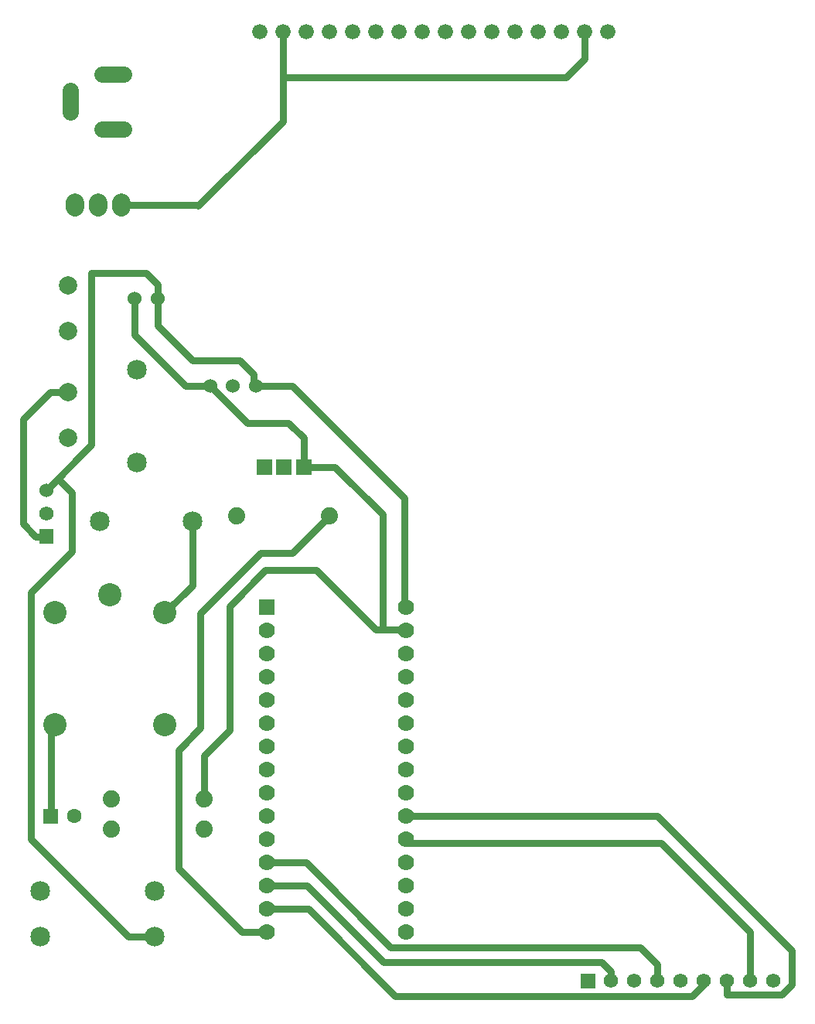
<source format=gtl>
G04 Layer: TopLayer*
G04 EasyEDA v6.4.20.6, 2021-08-16T11:23:07+05:00*
G04 c3a099c2b70d45deafa0669b64b3af86,5b6d1f2078ba48c69a4fdbf02e9f565d,10*
G04 Gerber Generator version 0.2*
G04 Scale: 100 percent, Rotated: No, Reflected: No *
G04 Dimensions in millimeters *
G04 leading zeros omitted , absolute positions ,4 integer and 5 decimal *
%FSLAX45Y45*%
%MOMM*%

%ADD11C,0.8000*%
%ADD12C,2.1590*%
%ADD14C,1.8796*%
%ADD15C,1.5240*%
%ADD17C,1.5748*%
%ADD18R,1.7780X1.7780*%
%ADD19C,1.7780*%
%ADD21C,1.6000*%
%ADD22C,2.0000*%
%ADD23C,2.5400*%
%ADD24C,1.6764*%
%ADD25C,2.0320*%
%ADD26C,1.8000*%

%LPD*%
D11*
X6972706Y-8976105D02*
G01*
X6972706Y-9270593D01*
X6769100Y-9474200D01*
X3670706Y-9474200D01*
X3670706Y-8976105D02*
G01*
X3670706Y-9956393D01*
X2743200Y-10883900D01*
X2730500Y-10871200D01*
X1905000Y-10871200D01*
X1178052Y-16559656D02*
G01*
X1130300Y-16607409D01*
X1130300Y-17564100D01*
X2263140Y-18879820D02*
G01*
X1976120Y-18879820D01*
X914400Y-17818100D01*
X914400Y-15113000D01*
X1358900Y-14668500D01*
X1358900Y-14020449D01*
X1206675Y-13868224D01*
X3492500Y-18834100D02*
G01*
X3225800Y-18834100D01*
X2527300Y-18135600D01*
X2527300Y-16840200D01*
X2768600Y-16598900D01*
X2768600Y-15341600D01*
X3429000Y-14681200D01*
X3771900Y-14681200D01*
X4178300Y-14274800D01*
X8280400Y-19367500D02*
G01*
X8280400Y-19405600D01*
X8153400Y-19532600D01*
X4902200Y-19532600D01*
X3949700Y-18580100D01*
X3492500Y-18580100D01*
X3492500Y-18072100D02*
G01*
X3924300Y-18072100D01*
X4851400Y-18999200D01*
X7581900Y-18999200D01*
X7772400Y-19189700D01*
X7772400Y-19367500D01*
X3492500Y-18326100D02*
G01*
X3937000Y-18326100D01*
X4775200Y-19164300D01*
X7162800Y-19164300D01*
X7264400Y-19265900D01*
X7264400Y-19367500D01*
X5016500Y-17564100D02*
G01*
X7772400Y-17564100D01*
X9245600Y-19037300D01*
X9245600Y-19405600D01*
X9131300Y-19519900D01*
X8534400Y-19519900D01*
X8534400Y-19367500D01*
X8788400Y-19367500D02*
G01*
X8788400Y-18834100D01*
X7810500Y-17856200D01*
X5054600Y-17856200D01*
X5016500Y-17818100D01*
X3898900Y-13741400D02*
G01*
X4241800Y-13741400D01*
X4762500Y-14262100D01*
X4762500Y-15519400D01*
X2806700Y-17373600D02*
G01*
X2806700Y-16903700D01*
X3086100Y-16624300D01*
X3086100Y-15265400D01*
X3479800Y-14871700D01*
X4038600Y-14871700D01*
X4686300Y-15519400D01*
X5003800Y-15519400D01*
X5016500Y-15532100D01*
X2679700Y-14338300D02*
G01*
X2679700Y-15037688D01*
X2377947Y-15339441D01*
X3374199Y-12852400D02*
G01*
X3771900Y-12852400D01*
X5003800Y-14084300D01*
X5003800Y-15265400D01*
X5016500Y-15278100D01*
X3898900Y-13741400D02*
G01*
X3898900Y-13423900D01*
X3733800Y-13258800D01*
X3280600Y-13258800D01*
X2874200Y-12852400D01*
X2298700Y-11899900D02*
G01*
X2298700Y-12192000D01*
X2679700Y-12573000D01*
X3200400Y-12573000D01*
X3352800Y-12725400D01*
X3352800Y-12831000D01*
X3374199Y-12852400D01*
X2874200Y-12852400D02*
G01*
X2603500Y-12852400D01*
X2044700Y-12293600D01*
X2044700Y-11899900D01*
X1320800Y-12919455D02*
G01*
X1126744Y-12919455D01*
X825500Y-13220700D01*
X825500Y-14363700D01*
X965200Y-14503400D01*
X1079500Y-14503400D01*
X2298700Y-11899900D02*
G01*
X2298700Y-11747500D01*
X2171700Y-11620500D01*
X1574800Y-11620500D01*
X1574800Y-13500100D01*
X1079500Y-13995400D01*
D12*
G01*
X2070100Y-12674600D03*
G01*
X2070100Y-13690600D03*
G36*
X3383279Y-13657579D02*
G01*
X3550920Y-13657579D01*
X3550920Y-13825220D01*
X3383279Y-13825220D01*
G37*
G36*
X3599179Y-13657579D02*
G01*
X3766820Y-13657579D01*
X3766820Y-13825220D01*
X3599179Y-13825220D01*
G37*
G36*
X3815079Y-13657579D02*
G01*
X3982720Y-13657579D01*
X3982720Y-13825220D01*
X3815079Y-13825220D01*
G37*
D14*
G01*
X3162300Y-14274800D03*
G01*
X4178300Y-14274800D03*
G01*
X1790700Y-17703800D03*
G01*
X2806700Y-17703800D03*
G01*
X2806700Y-17373600D03*
G01*
X1790700Y-17373600D03*
D15*
G01*
X2298700Y-11899900D03*
G01*
X2044700Y-11899900D03*
G36*
X6931659Y-19288759D02*
G01*
X7089140Y-19288759D01*
X7089140Y-19446240D01*
X6931659Y-19446240D01*
G37*
D17*
G01*
X7264400Y-19367500D03*
G01*
X7518400Y-19367500D03*
G01*
X7772400Y-19367500D03*
G01*
X8026400Y-19367500D03*
G01*
X8280400Y-19367500D03*
G01*
X8534400Y-19367500D03*
G01*
X8788400Y-19367500D03*
G01*
X9042400Y-19367500D03*
D15*
G01*
X3124225Y-12852400D03*
G01*
X2874213Y-12852400D03*
G01*
X3374186Y-12852400D03*
D18*
G01*
X3492500Y-15278100D03*
D19*
G01*
X3492500Y-15532100D03*
G01*
X3492500Y-15786100D03*
G01*
X3492500Y-16040100D03*
G01*
X3492500Y-16294100D03*
G01*
X3492500Y-16548100D03*
G01*
X3492500Y-16802100D03*
G01*
X3492500Y-17056100D03*
G01*
X3492500Y-17310100D03*
G01*
X3492500Y-17564100D03*
G01*
X3492500Y-17818100D03*
G01*
X3492500Y-18072100D03*
G01*
X3492500Y-18326100D03*
G01*
X3492500Y-18580100D03*
G01*
X3492500Y-18834100D03*
G01*
X5016500Y-15278100D03*
G01*
X5016500Y-15532100D03*
G01*
X5016500Y-15786100D03*
G01*
X5016500Y-16040100D03*
G01*
X5016500Y-16294100D03*
G01*
X5016500Y-16548100D03*
G01*
X5016500Y-16802100D03*
G01*
X5016500Y-17056100D03*
G01*
X5016500Y-17310100D03*
G01*
X5016500Y-17564100D03*
G01*
X5016500Y-17818100D03*
G01*
X5016500Y-18072100D03*
G01*
X5016500Y-18326100D03*
G01*
X5016500Y-18580100D03*
G01*
X5016500Y-18834100D03*
G36*
X1050300Y-17484100D02*
G01*
X1210299Y-17484100D01*
X1210299Y-17644099D01*
X1050300Y-17644099D01*
G37*
D21*
G01*
X1384300Y-17564100D03*
D12*
G01*
X2679700Y-14338300D03*
G01*
X1663700Y-14338300D03*
D22*
G01*
X1320800Y-11751055D03*
G01*
X1320800Y-12251944D03*
G01*
X1320800Y-12919455D03*
G01*
X1320800Y-13420344D03*
D23*
G01*
X1178052Y-16559656D03*
G01*
X2377947Y-16559656D03*
G01*
X2377947Y-15339441D03*
G01*
X1178052Y-15339441D03*
G01*
X1778000Y-15139543D03*
D12*
G01*
X1013460Y-18381979D03*
G01*
X1013460Y-18879820D03*
G01*
X2263140Y-18879820D03*
G01*
X2263140Y-18381979D03*
G36*
X1000760Y-14424660D02*
G01*
X1158239Y-14424660D01*
X1158239Y-14582139D01*
X1000760Y-14582139D01*
G37*
D17*
G01*
X1079500Y-14249400D03*
D15*
G01*
X1079500Y-13995400D03*
D24*
G01*
X3416706Y-8976105D03*
G01*
X3670706Y-8976105D03*
G01*
X3924706Y-8976105D03*
G01*
X4178706Y-8976105D03*
G01*
X4432706Y-8976105D03*
G01*
X4686706Y-8976105D03*
G01*
X4940706Y-8976105D03*
G01*
X5194706Y-8976105D03*
G01*
X5448706Y-8976105D03*
G01*
X5702706Y-8976105D03*
G01*
X5956706Y-8976105D03*
G01*
X6210706Y-8976105D03*
G01*
X6464706Y-8976105D03*
G01*
X6718706Y-8976105D03*
G01*
X6972706Y-8976105D03*
G01*
X7226706Y-8976105D03*
D25*
X1651000Y-10845800D02*
G01*
X1651000Y-10896600D01*
X1905000Y-10845800D02*
G01*
X1905000Y-10896600D01*
X1397000Y-10845800D02*
G01*
X1397000Y-10896600D01*
D26*
X1929825Y-10040874D02*
G01*
X1689826Y-10040874D01*
X1689826Y-9440926D02*
G01*
X1929825Y-9440926D01*
X1339799Y-9860899D02*
G01*
X1339799Y-9620900D01*
M02*

</source>
